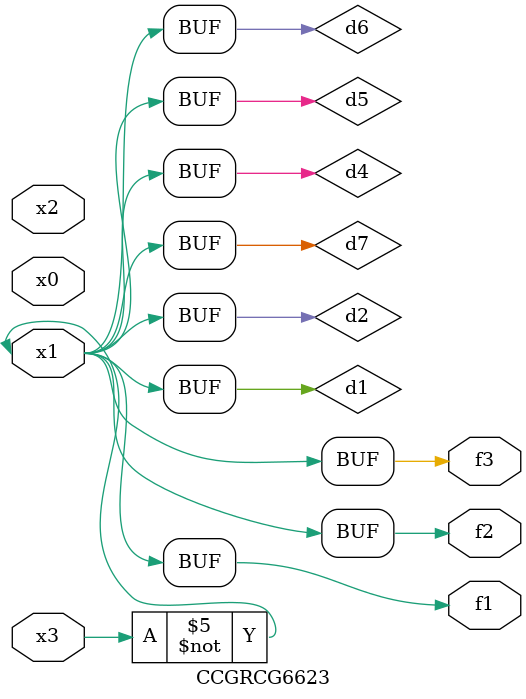
<source format=v>
module CCGRCG6623(
	input x0, x1, x2, x3,
	output f1, f2, f3
);

	wire d1, d2, d3, d4, d5, d6, d7;

	not (d1, x3);
	buf (d2, x1);
	xnor (d3, d1, d2);
	nor (d4, d1);
	buf (d5, d1, d2);
	buf (d6, d4, d5);
	nand (d7, d4);
	assign f1 = d6;
	assign f2 = d7;
	assign f3 = d6;
endmodule

</source>
